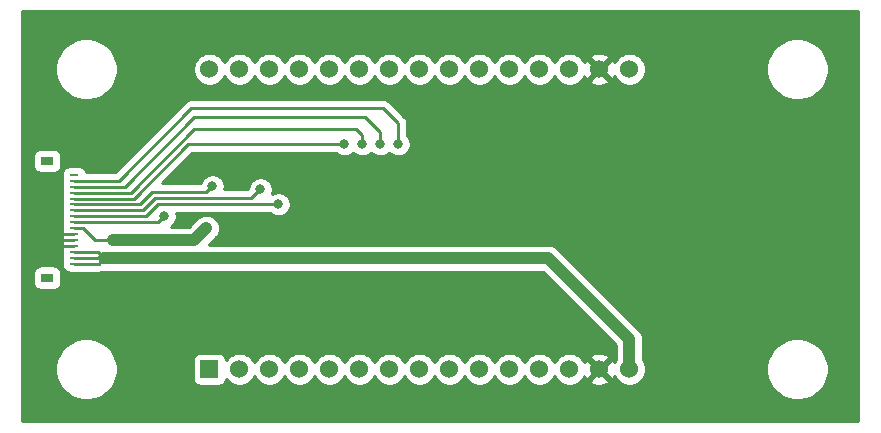
<source format=gbl>
G04 #@! TF.GenerationSoftware,KiCad,Pcbnew,(5.1.6)-1*
G04 #@! TF.CreationDate,2020-10-09T19:42:38+02:00*
G04 #@! TF.ProjectId,Brewnode_MCU_Adapter,42726577-6e6f-4646-955f-4d43555f4164,rev?*
G04 #@! TF.SameCoordinates,Original*
G04 #@! TF.FileFunction,Copper,L2,Bot*
G04 #@! TF.FilePolarity,Positive*
%FSLAX46Y46*%
G04 Gerber Fmt 4.6, Leading zero omitted, Abs format (unit mm)*
G04 Created by KiCad (PCBNEW (5.1.6)-1) date 2020-10-09 19:42:38*
%MOMM*%
%LPD*%
G01*
G04 APERTURE LIST*
G04 #@! TA.AperFunction,SMDPad,CuDef*
%ADD10R,1.100000X0.800000*%
G04 #@! TD*
G04 #@! TA.AperFunction,SMDPad,CuDef*
%ADD11R,0.800000X0.250000*%
G04 #@! TD*
G04 #@! TA.AperFunction,ComponentPad*
%ADD12C,1.524000*%
G04 #@! TD*
G04 #@! TA.AperFunction,ComponentPad*
%ADD13R,1.524000X1.524000*%
G04 #@! TD*
G04 #@! TA.AperFunction,ViaPad*
%ADD14C,0.800000*%
G04 #@! TD*
G04 #@! TA.AperFunction,Conductor*
%ADD15C,0.254000*%
G04 #@! TD*
G04 #@! TA.AperFunction,Conductor*
%ADD16C,1.016000*%
G04 #@! TD*
G04 APERTURE END LIST*
D10*
X117588000Y-92840000D03*
X117588000Y-102740000D03*
D11*
X119888000Y-94040000D03*
X119888000Y-94540000D03*
X119888000Y-95040000D03*
X119888000Y-95540000D03*
X119888000Y-96040000D03*
X119888000Y-96540000D03*
X119888000Y-97040000D03*
X119888000Y-97540000D03*
X119888000Y-98040000D03*
X119888000Y-98540000D03*
X119888000Y-99040000D03*
X119888000Y-99540000D03*
X119888000Y-100040000D03*
X119888000Y-100540000D03*
X119888000Y-101040000D03*
X119888000Y-101540000D03*
D12*
X131318000Y-85090000D03*
X133858000Y-85090000D03*
X136398000Y-85090000D03*
X138938000Y-85090000D03*
X141478000Y-85090000D03*
X144018000Y-85090000D03*
X146558000Y-85090000D03*
X149098000Y-85090000D03*
X151638000Y-85090000D03*
X154178000Y-85090000D03*
X156718000Y-85090000D03*
X159258000Y-85090000D03*
X161798000Y-85090000D03*
X164338000Y-85090000D03*
X166878000Y-85090000D03*
X166878000Y-110490000D03*
X164338000Y-110490000D03*
X161798000Y-110490000D03*
X159258000Y-110490000D03*
X156718000Y-110490000D03*
X154178000Y-110490000D03*
X151638000Y-110490000D03*
X149098000Y-110490000D03*
X146558000Y-110490000D03*
X144018000Y-110490000D03*
X141478000Y-110490000D03*
X138938000Y-110490000D03*
X136398000Y-110490000D03*
X133858000Y-110490000D03*
D13*
X131318000Y-110490000D03*
D14*
X147320000Y-91440000D03*
X145796000Y-91440000D03*
X144272000Y-91440000D03*
X142748000Y-91440000D03*
X131572000Y-94996000D03*
X135636000Y-95250000D03*
X137160000Y-96520000D03*
X127508000Y-97536000D03*
X131064000Y-98552000D03*
X118364000Y-99540000D03*
X124714000Y-103886000D03*
X123190000Y-91948000D03*
D15*
X147320000Y-89662000D02*
X147320000Y-91440000D01*
X129794000Y-88392000D02*
X146050000Y-88392000D01*
X146050000Y-88392000D02*
X147320000Y-89662000D01*
X119888000Y-94540000D02*
X123646000Y-94540000D01*
X123646000Y-94540000D02*
X129794000Y-88392000D01*
X145796000Y-90424000D02*
X145796000Y-91440000D01*
X130048000Y-89154000D02*
X144526000Y-89154000D01*
X119888000Y-95040000D02*
X124162000Y-95040000D01*
X144526000Y-89154000D02*
X145796000Y-90424000D01*
X124162000Y-95040000D02*
X130048000Y-89154000D01*
X143764000Y-90170000D02*
X144272000Y-90678000D01*
X144272000Y-90678000D02*
X144272000Y-91440000D01*
X130048000Y-90170000D02*
X143764000Y-90170000D01*
X119888000Y-95540000D02*
X124678000Y-95540000D01*
X124678000Y-95540000D02*
X130048000Y-90170000D01*
X119888000Y-96040000D02*
X124940000Y-96040000D01*
X129540000Y-91440000D02*
X142748000Y-91440000D01*
X124940000Y-96040000D02*
X129540000Y-91440000D01*
X119888000Y-96540000D02*
X120884000Y-96540000D01*
X120884000Y-96540000D02*
X125202000Y-96540000D01*
X125202000Y-96540000D02*
X125456000Y-96540000D01*
X125456000Y-96540000D02*
X126492000Y-95504000D01*
X126492000Y-95504000D02*
X130810000Y-95504000D01*
X130810000Y-95504000D02*
X131064000Y-95504000D01*
X131064000Y-95504000D02*
X131572000Y-94996000D01*
X125718000Y-97040000D02*
X126746000Y-96012000D01*
X119888000Y-97040000D02*
X125718000Y-97040000D01*
X126746000Y-96012000D02*
X134874000Y-96012000D01*
X134874000Y-96012000D02*
X135636000Y-95250000D01*
X127000000Y-96520000D02*
X137160000Y-96520000D01*
X119888000Y-97540000D02*
X125980000Y-97540000D01*
X125980000Y-97540000D02*
X127000000Y-96520000D01*
X119888000Y-98040000D02*
X121670000Y-98040000D01*
X121670000Y-98040000D02*
X127004000Y-98040000D01*
X127004000Y-98040000D02*
X127508000Y-97536000D01*
D16*
X131064000Y-98552000D02*
X130048000Y-99568000D01*
X130048000Y-99568000D02*
X124206000Y-99568000D01*
X124206000Y-99568000D02*
X123190000Y-99568000D01*
D15*
X119888000Y-98540000D02*
X120638000Y-98540000D01*
X121666000Y-99568000D02*
X123190000Y-99568000D01*
X120638000Y-98540000D02*
X121666000Y-99568000D01*
X119888000Y-99540000D02*
X118364000Y-99540000D01*
X118364000Y-99540000D02*
X118364000Y-99540000D01*
X118864000Y-99040000D02*
X118364000Y-99540000D01*
X119888000Y-99040000D02*
X118864000Y-99040000D01*
X118864000Y-100040000D02*
X118364000Y-99540000D01*
X119888000Y-100040000D02*
X118864000Y-100040000D01*
D16*
X166878000Y-110490000D02*
X166878000Y-107950000D01*
X166878000Y-107950000D02*
X160020000Y-101092000D01*
X160020000Y-101092000D02*
X122428000Y-101092000D01*
D15*
X121980000Y-101540000D02*
X122428000Y-101092000D01*
X119888000Y-101540000D02*
X121980000Y-101540000D01*
X122376000Y-101040000D02*
X122428000Y-101092000D01*
X119888000Y-101040000D02*
X122376000Y-101040000D01*
X121876000Y-100540000D02*
X122376000Y-101040000D01*
X119888000Y-100540000D02*
X121876000Y-100540000D01*
G36*
X186259000Y-114885000D02*
G01*
X115493000Y-114885000D01*
X115493000Y-110230475D01*
X118269000Y-110230475D01*
X118269000Y-110749525D01*
X118370261Y-111258601D01*
X118568893Y-111738141D01*
X118857262Y-112169715D01*
X119224285Y-112536738D01*
X119655859Y-112825107D01*
X120135399Y-113023739D01*
X120644475Y-113125000D01*
X121163525Y-113125000D01*
X121672601Y-113023739D01*
X122152141Y-112825107D01*
X122583715Y-112536738D01*
X122950738Y-112169715D01*
X123239107Y-111738141D01*
X123437739Y-111258601D01*
X123539000Y-110749525D01*
X123539000Y-110230475D01*
X123439053Y-109728000D01*
X129917928Y-109728000D01*
X129917928Y-111252000D01*
X129930188Y-111376482D01*
X129966498Y-111496180D01*
X130025463Y-111606494D01*
X130104815Y-111703185D01*
X130201506Y-111782537D01*
X130311820Y-111841502D01*
X130431518Y-111877812D01*
X130556000Y-111890072D01*
X132080000Y-111890072D01*
X132204482Y-111877812D01*
X132324180Y-111841502D01*
X132434494Y-111782537D01*
X132531185Y-111703185D01*
X132610537Y-111606494D01*
X132669502Y-111496180D01*
X132705812Y-111376482D01*
X132714080Y-111292535D01*
X132772880Y-111380535D01*
X132967465Y-111575120D01*
X133196273Y-111728005D01*
X133450510Y-111833314D01*
X133720408Y-111887000D01*
X133995592Y-111887000D01*
X134265490Y-111833314D01*
X134519727Y-111728005D01*
X134748535Y-111575120D01*
X134943120Y-111380535D01*
X135096005Y-111151727D01*
X135128000Y-111074485D01*
X135159995Y-111151727D01*
X135312880Y-111380535D01*
X135507465Y-111575120D01*
X135736273Y-111728005D01*
X135990510Y-111833314D01*
X136260408Y-111887000D01*
X136535592Y-111887000D01*
X136805490Y-111833314D01*
X137059727Y-111728005D01*
X137288535Y-111575120D01*
X137483120Y-111380535D01*
X137636005Y-111151727D01*
X137668000Y-111074485D01*
X137699995Y-111151727D01*
X137852880Y-111380535D01*
X138047465Y-111575120D01*
X138276273Y-111728005D01*
X138530510Y-111833314D01*
X138800408Y-111887000D01*
X139075592Y-111887000D01*
X139345490Y-111833314D01*
X139599727Y-111728005D01*
X139828535Y-111575120D01*
X140023120Y-111380535D01*
X140176005Y-111151727D01*
X140208000Y-111074485D01*
X140239995Y-111151727D01*
X140392880Y-111380535D01*
X140587465Y-111575120D01*
X140816273Y-111728005D01*
X141070510Y-111833314D01*
X141340408Y-111887000D01*
X141615592Y-111887000D01*
X141885490Y-111833314D01*
X142139727Y-111728005D01*
X142368535Y-111575120D01*
X142563120Y-111380535D01*
X142716005Y-111151727D01*
X142748000Y-111074485D01*
X142779995Y-111151727D01*
X142932880Y-111380535D01*
X143127465Y-111575120D01*
X143356273Y-111728005D01*
X143610510Y-111833314D01*
X143880408Y-111887000D01*
X144155592Y-111887000D01*
X144425490Y-111833314D01*
X144679727Y-111728005D01*
X144908535Y-111575120D01*
X145103120Y-111380535D01*
X145256005Y-111151727D01*
X145288000Y-111074485D01*
X145319995Y-111151727D01*
X145472880Y-111380535D01*
X145667465Y-111575120D01*
X145896273Y-111728005D01*
X146150510Y-111833314D01*
X146420408Y-111887000D01*
X146695592Y-111887000D01*
X146965490Y-111833314D01*
X147219727Y-111728005D01*
X147448535Y-111575120D01*
X147643120Y-111380535D01*
X147796005Y-111151727D01*
X147828000Y-111074485D01*
X147859995Y-111151727D01*
X148012880Y-111380535D01*
X148207465Y-111575120D01*
X148436273Y-111728005D01*
X148690510Y-111833314D01*
X148960408Y-111887000D01*
X149235592Y-111887000D01*
X149505490Y-111833314D01*
X149759727Y-111728005D01*
X149988535Y-111575120D01*
X150183120Y-111380535D01*
X150336005Y-111151727D01*
X150368000Y-111074485D01*
X150399995Y-111151727D01*
X150552880Y-111380535D01*
X150747465Y-111575120D01*
X150976273Y-111728005D01*
X151230510Y-111833314D01*
X151500408Y-111887000D01*
X151775592Y-111887000D01*
X152045490Y-111833314D01*
X152299727Y-111728005D01*
X152528535Y-111575120D01*
X152723120Y-111380535D01*
X152876005Y-111151727D01*
X152908000Y-111074485D01*
X152939995Y-111151727D01*
X153092880Y-111380535D01*
X153287465Y-111575120D01*
X153516273Y-111728005D01*
X153770510Y-111833314D01*
X154040408Y-111887000D01*
X154315592Y-111887000D01*
X154585490Y-111833314D01*
X154839727Y-111728005D01*
X155068535Y-111575120D01*
X155263120Y-111380535D01*
X155416005Y-111151727D01*
X155448000Y-111074485D01*
X155479995Y-111151727D01*
X155632880Y-111380535D01*
X155827465Y-111575120D01*
X156056273Y-111728005D01*
X156310510Y-111833314D01*
X156580408Y-111887000D01*
X156855592Y-111887000D01*
X157125490Y-111833314D01*
X157379727Y-111728005D01*
X157608535Y-111575120D01*
X157803120Y-111380535D01*
X157956005Y-111151727D01*
X157988000Y-111074485D01*
X158019995Y-111151727D01*
X158172880Y-111380535D01*
X158367465Y-111575120D01*
X158596273Y-111728005D01*
X158850510Y-111833314D01*
X159120408Y-111887000D01*
X159395592Y-111887000D01*
X159665490Y-111833314D01*
X159919727Y-111728005D01*
X160148535Y-111575120D01*
X160343120Y-111380535D01*
X160496005Y-111151727D01*
X160528000Y-111074485D01*
X160559995Y-111151727D01*
X160712880Y-111380535D01*
X160907465Y-111575120D01*
X161136273Y-111728005D01*
X161390510Y-111833314D01*
X161660408Y-111887000D01*
X161935592Y-111887000D01*
X162205490Y-111833314D01*
X162459727Y-111728005D01*
X162688535Y-111575120D01*
X162808090Y-111455565D01*
X163552040Y-111455565D01*
X163619020Y-111695656D01*
X163868048Y-111812756D01*
X164135135Y-111879023D01*
X164410017Y-111891910D01*
X164682133Y-111850922D01*
X164941023Y-111757636D01*
X165056980Y-111695656D01*
X165123960Y-111455565D01*
X164338000Y-110669605D01*
X163552040Y-111455565D01*
X162808090Y-111455565D01*
X162883120Y-111380535D01*
X163036005Y-111151727D01*
X163065692Y-111080057D01*
X163070364Y-111093023D01*
X163132344Y-111208980D01*
X163372435Y-111275960D01*
X164158395Y-110490000D01*
X163372435Y-109704040D01*
X163132344Y-109771020D01*
X163068515Y-109906760D01*
X163036005Y-109828273D01*
X162883120Y-109599465D01*
X162808090Y-109524435D01*
X163552040Y-109524435D01*
X164338000Y-110310395D01*
X165123960Y-109524435D01*
X165056980Y-109284344D01*
X164807952Y-109167244D01*
X164540865Y-109100977D01*
X164265983Y-109088090D01*
X163993867Y-109129078D01*
X163734977Y-109222364D01*
X163619020Y-109284344D01*
X163552040Y-109524435D01*
X162808090Y-109524435D01*
X162688535Y-109404880D01*
X162459727Y-109251995D01*
X162205490Y-109146686D01*
X161935592Y-109093000D01*
X161660408Y-109093000D01*
X161390510Y-109146686D01*
X161136273Y-109251995D01*
X160907465Y-109404880D01*
X160712880Y-109599465D01*
X160559995Y-109828273D01*
X160528000Y-109905515D01*
X160496005Y-109828273D01*
X160343120Y-109599465D01*
X160148535Y-109404880D01*
X159919727Y-109251995D01*
X159665490Y-109146686D01*
X159395592Y-109093000D01*
X159120408Y-109093000D01*
X158850510Y-109146686D01*
X158596273Y-109251995D01*
X158367465Y-109404880D01*
X158172880Y-109599465D01*
X158019995Y-109828273D01*
X157988000Y-109905515D01*
X157956005Y-109828273D01*
X157803120Y-109599465D01*
X157608535Y-109404880D01*
X157379727Y-109251995D01*
X157125490Y-109146686D01*
X156855592Y-109093000D01*
X156580408Y-109093000D01*
X156310510Y-109146686D01*
X156056273Y-109251995D01*
X155827465Y-109404880D01*
X155632880Y-109599465D01*
X155479995Y-109828273D01*
X155448000Y-109905515D01*
X155416005Y-109828273D01*
X155263120Y-109599465D01*
X155068535Y-109404880D01*
X154839727Y-109251995D01*
X154585490Y-109146686D01*
X154315592Y-109093000D01*
X154040408Y-109093000D01*
X153770510Y-109146686D01*
X153516273Y-109251995D01*
X153287465Y-109404880D01*
X153092880Y-109599465D01*
X152939995Y-109828273D01*
X152908000Y-109905515D01*
X152876005Y-109828273D01*
X152723120Y-109599465D01*
X152528535Y-109404880D01*
X152299727Y-109251995D01*
X152045490Y-109146686D01*
X151775592Y-109093000D01*
X151500408Y-109093000D01*
X151230510Y-109146686D01*
X150976273Y-109251995D01*
X150747465Y-109404880D01*
X150552880Y-109599465D01*
X150399995Y-109828273D01*
X150368000Y-109905515D01*
X150336005Y-109828273D01*
X150183120Y-109599465D01*
X149988535Y-109404880D01*
X149759727Y-109251995D01*
X149505490Y-109146686D01*
X149235592Y-109093000D01*
X148960408Y-109093000D01*
X148690510Y-109146686D01*
X148436273Y-109251995D01*
X148207465Y-109404880D01*
X148012880Y-109599465D01*
X147859995Y-109828273D01*
X147828000Y-109905515D01*
X147796005Y-109828273D01*
X147643120Y-109599465D01*
X147448535Y-109404880D01*
X147219727Y-109251995D01*
X146965490Y-109146686D01*
X146695592Y-109093000D01*
X146420408Y-109093000D01*
X146150510Y-109146686D01*
X145896273Y-109251995D01*
X145667465Y-109404880D01*
X145472880Y-109599465D01*
X145319995Y-109828273D01*
X145288000Y-109905515D01*
X145256005Y-109828273D01*
X145103120Y-109599465D01*
X144908535Y-109404880D01*
X144679727Y-109251995D01*
X144425490Y-109146686D01*
X144155592Y-109093000D01*
X143880408Y-109093000D01*
X143610510Y-109146686D01*
X143356273Y-109251995D01*
X143127465Y-109404880D01*
X142932880Y-109599465D01*
X142779995Y-109828273D01*
X142748000Y-109905515D01*
X142716005Y-109828273D01*
X142563120Y-109599465D01*
X142368535Y-109404880D01*
X142139727Y-109251995D01*
X141885490Y-109146686D01*
X141615592Y-109093000D01*
X141340408Y-109093000D01*
X141070510Y-109146686D01*
X140816273Y-109251995D01*
X140587465Y-109404880D01*
X140392880Y-109599465D01*
X140239995Y-109828273D01*
X140208000Y-109905515D01*
X140176005Y-109828273D01*
X140023120Y-109599465D01*
X139828535Y-109404880D01*
X139599727Y-109251995D01*
X139345490Y-109146686D01*
X139075592Y-109093000D01*
X138800408Y-109093000D01*
X138530510Y-109146686D01*
X138276273Y-109251995D01*
X138047465Y-109404880D01*
X137852880Y-109599465D01*
X137699995Y-109828273D01*
X137668000Y-109905515D01*
X137636005Y-109828273D01*
X137483120Y-109599465D01*
X137288535Y-109404880D01*
X137059727Y-109251995D01*
X136805490Y-109146686D01*
X136535592Y-109093000D01*
X136260408Y-109093000D01*
X135990510Y-109146686D01*
X135736273Y-109251995D01*
X135507465Y-109404880D01*
X135312880Y-109599465D01*
X135159995Y-109828273D01*
X135128000Y-109905515D01*
X135096005Y-109828273D01*
X134943120Y-109599465D01*
X134748535Y-109404880D01*
X134519727Y-109251995D01*
X134265490Y-109146686D01*
X133995592Y-109093000D01*
X133720408Y-109093000D01*
X133450510Y-109146686D01*
X133196273Y-109251995D01*
X132967465Y-109404880D01*
X132772880Y-109599465D01*
X132714080Y-109687465D01*
X132705812Y-109603518D01*
X132669502Y-109483820D01*
X132610537Y-109373506D01*
X132531185Y-109276815D01*
X132434494Y-109197463D01*
X132324180Y-109138498D01*
X132204482Y-109102188D01*
X132080000Y-109089928D01*
X130556000Y-109089928D01*
X130431518Y-109102188D01*
X130311820Y-109138498D01*
X130201506Y-109197463D01*
X130104815Y-109276815D01*
X130025463Y-109373506D01*
X129966498Y-109483820D01*
X129930188Y-109603518D01*
X129917928Y-109728000D01*
X123439053Y-109728000D01*
X123437739Y-109721399D01*
X123239107Y-109241859D01*
X122950738Y-108810285D01*
X122583715Y-108443262D01*
X122152141Y-108154893D01*
X121672601Y-107956261D01*
X121163525Y-107855000D01*
X120644475Y-107855000D01*
X120135399Y-107956261D01*
X119655859Y-108154893D01*
X119224285Y-108443262D01*
X118857262Y-108810285D01*
X118568893Y-109241859D01*
X118370261Y-109721399D01*
X118269000Y-110230475D01*
X115493000Y-110230475D01*
X115493000Y-102340000D01*
X116399928Y-102340000D01*
X116399928Y-103140000D01*
X116412188Y-103264482D01*
X116448498Y-103384180D01*
X116507463Y-103494494D01*
X116586815Y-103591185D01*
X116683506Y-103670537D01*
X116793820Y-103729502D01*
X116913518Y-103765812D01*
X117038000Y-103778072D01*
X118138000Y-103778072D01*
X118262482Y-103765812D01*
X118382180Y-103729502D01*
X118492494Y-103670537D01*
X118589185Y-103591185D01*
X118668537Y-103494494D01*
X118727502Y-103384180D01*
X118763812Y-103264482D01*
X118776072Y-103140000D01*
X118776072Y-102340000D01*
X118763812Y-102215518D01*
X118727502Y-102095820D01*
X118668537Y-101985506D01*
X118589185Y-101888815D01*
X118492494Y-101809463D01*
X118382180Y-101750498D01*
X118262482Y-101714188D01*
X118138000Y-101701928D01*
X117038000Y-101701928D01*
X116913518Y-101714188D01*
X116793820Y-101750498D01*
X116683506Y-101809463D01*
X116586815Y-101888815D01*
X116507463Y-101985506D01*
X116448498Y-102095820D01*
X116412188Y-102215518D01*
X116399928Y-102340000D01*
X115493000Y-102340000D01*
X115493000Y-93915000D01*
X118849928Y-93915000D01*
X118849928Y-94165000D01*
X118862188Y-94289482D01*
X118862345Y-94290000D01*
X118862188Y-94290518D01*
X118849928Y-94415000D01*
X118849928Y-94665000D01*
X118862188Y-94789482D01*
X118862345Y-94790000D01*
X118862188Y-94790518D01*
X118849928Y-94915000D01*
X118849928Y-95165000D01*
X118862188Y-95289482D01*
X118862345Y-95290000D01*
X118862188Y-95290518D01*
X118849928Y-95415000D01*
X118849928Y-95665000D01*
X118862188Y-95789482D01*
X118862345Y-95790000D01*
X118862188Y-95790518D01*
X118849928Y-95915000D01*
X118849928Y-96165000D01*
X118862188Y-96289482D01*
X118862345Y-96290000D01*
X118862188Y-96290518D01*
X118849928Y-96415000D01*
X118849928Y-96665000D01*
X118862188Y-96789482D01*
X118862345Y-96790000D01*
X118862188Y-96790518D01*
X118849928Y-96915000D01*
X118849928Y-97165000D01*
X118862188Y-97289482D01*
X118862345Y-97290000D01*
X118862188Y-97290518D01*
X118849928Y-97415000D01*
X118849928Y-97665000D01*
X118862188Y-97789482D01*
X118862345Y-97790000D01*
X118862188Y-97790518D01*
X118849928Y-97915000D01*
X118849928Y-98165000D01*
X118862188Y-98289482D01*
X118862345Y-98290000D01*
X118862188Y-98290518D01*
X118849928Y-98415000D01*
X118849928Y-98665000D01*
X118862188Y-98789482D01*
X118863278Y-98793077D01*
X118853000Y-98881250D01*
X118918672Y-98946922D01*
X118957463Y-99019494D01*
X118973633Y-99039197D01*
X118965944Y-99048130D01*
X118916983Y-99134767D01*
X118853000Y-99198750D01*
X118863637Y-99290000D01*
X118853000Y-99381250D01*
X118916983Y-99445233D01*
X118965944Y-99531870D01*
X118972942Y-99540000D01*
X118965944Y-99548130D01*
X118916983Y-99634767D01*
X118853000Y-99698750D01*
X118863637Y-99790000D01*
X118853000Y-99881250D01*
X118916983Y-99945233D01*
X118965944Y-100031870D01*
X118973633Y-100040803D01*
X118957463Y-100060506D01*
X118918672Y-100133078D01*
X118853000Y-100198750D01*
X118863278Y-100286923D01*
X118862188Y-100290518D01*
X118849928Y-100415000D01*
X118849928Y-100665000D01*
X118862188Y-100789482D01*
X118862345Y-100790000D01*
X118862188Y-100790518D01*
X118849928Y-100915000D01*
X118849928Y-101165000D01*
X118862188Y-101289482D01*
X118862345Y-101290000D01*
X118862188Y-101290518D01*
X118849928Y-101415000D01*
X118849928Y-101665000D01*
X118862188Y-101789482D01*
X118898498Y-101909180D01*
X118957463Y-102019494D01*
X119036815Y-102116185D01*
X119133506Y-102195537D01*
X119243820Y-102254502D01*
X119363518Y-102290812D01*
X119488000Y-102303072D01*
X120288000Y-102303072D01*
X120298885Y-102302000D01*
X121942577Y-102302000D01*
X121980000Y-102305686D01*
X122017423Y-102302000D01*
X122017426Y-102302000D01*
X122129378Y-102290974D01*
X122273015Y-102247402D01*
X122307986Y-102228709D01*
X122371854Y-102235000D01*
X159546555Y-102235000D01*
X165735001Y-108423447D01*
X165735000Y-109686088D01*
X165639995Y-109828273D01*
X165610308Y-109899943D01*
X165605636Y-109886977D01*
X165543656Y-109771020D01*
X165303565Y-109704040D01*
X164517605Y-110490000D01*
X165303565Y-111275960D01*
X165543656Y-111208980D01*
X165607485Y-111073240D01*
X165639995Y-111151727D01*
X165792880Y-111380535D01*
X165987465Y-111575120D01*
X166216273Y-111728005D01*
X166470510Y-111833314D01*
X166740408Y-111887000D01*
X167015592Y-111887000D01*
X167285490Y-111833314D01*
X167539727Y-111728005D01*
X167768535Y-111575120D01*
X167963120Y-111380535D01*
X168116005Y-111151727D01*
X168221314Y-110897490D01*
X168275000Y-110627592D01*
X168275000Y-110352408D01*
X168250747Y-110230475D01*
X178467000Y-110230475D01*
X178467000Y-110749525D01*
X178568261Y-111258601D01*
X178766893Y-111738141D01*
X179055262Y-112169715D01*
X179422285Y-112536738D01*
X179853859Y-112825107D01*
X180333399Y-113023739D01*
X180842475Y-113125000D01*
X181361525Y-113125000D01*
X181870601Y-113023739D01*
X182350141Y-112825107D01*
X182781715Y-112536738D01*
X183148738Y-112169715D01*
X183437107Y-111738141D01*
X183635739Y-111258601D01*
X183737000Y-110749525D01*
X183737000Y-110230475D01*
X183635739Y-109721399D01*
X183437107Y-109241859D01*
X183148738Y-108810285D01*
X182781715Y-108443262D01*
X182350141Y-108154893D01*
X181870601Y-107956261D01*
X181361525Y-107855000D01*
X180842475Y-107855000D01*
X180333399Y-107956261D01*
X179853859Y-108154893D01*
X179422285Y-108443262D01*
X179055262Y-108810285D01*
X178766893Y-109241859D01*
X178568261Y-109721399D01*
X178467000Y-110230475D01*
X168250747Y-110230475D01*
X168221314Y-110082510D01*
X168116005Y-109828273D01*
X168021000Y-109686088D01*
X168021000Y-108006139D01*
X168026529Y-107950000D01*
X168021000Y-107893861D01*
X168021000Y-107893854D01*
X168004461Y-107725933D01*
X167939103Y-107510477D01*
X167939103Y-107510476D01*
X167902133Y-107441311D01*
X167832968Y-107311911D01*
X167690133Y-107137867D01*
X167646523Y-107102077D01*
X160867928Y-100323482D01*
X160832133Y-100279867D01*
X160658089Y-100137032D01*
X160459523Y-100030897D01*
X160244067Y-99965539D01*
X160076146Y-99949000D01*
X160076139Y-99949000D01*
X160020000Y-99943471D01*
X159963861Y-99949000D01*
X131283445Y-99949000D01*
X131911924Y-99320522D01*
X132018967Y-99190089D01*
X132125102Y-98991524D01*
X132190461Y-98776068D01*
X132212529Y-98552000D01*
X132190461Y-98327933D01*
X132125102Y-98112477D01*
X132018967Y-97913912D01*
X131876133Y-97739867D01*
X131702088Y-97597033D01*
X131503523Y-97490898D01*
X131288067Y-97425539D01*
X131064000Y-97403471D01*
X130839932Y-97425539D01*
X130624476Y-97490898D01*
X130425911Y-97597033D01*
X130295478Y-97704076D01*
X129574555Y-98425000D01*
X128040468Y-98425000D01*
X128167774Y-98339937D01*
X128311937Y-98195774D01*
X128425205Y-98026256D01*
X128503226Y-97837898D01*
X128543000Y-97637939D01*
X128543000Y-97434061D01*
X128512753Y-97282000D01*
X136458289Y-97282000D01*
X136500226Y-97323937D01*
X136669744Y-97437205D01*
X136858102Y-97515226D01*
X137058061Y-97555000D01*
X137261939Y-97555000D01*
X137461898Y-97515226D01*
X137650256Y-97437205D01*
X137819774Y-97323937D01*
X137963937Y-97179774D01*
X138077205Y-97010256D01*
X138155226Y-96821898D01*
X138195000Y-96621939D01*
X138195000Y-96418061D01*
X138155226Y-96218102D01*
X138077205Y-96029744D01*
X137963937Y-95860226D01*
X137819774Y-95716063D01*
X137650256Y-95602795D01*
X137461898Y-95524774D01*
X137261939Y-95485000D01*
X137058061Y-95485000D01*
X136858102Y-95524774D01*
X136669744Y-95602795D01*
X136587335Y-95657859D01*
X136631226Y-95551898D01*
X136671000Y-95351939D01*
X136671000Y-95148061D01*
X136631226Y-94948102D01*
X136553205Y-94759744D01*
X136439937Y-94590226D01*
X136295774Y-94446063D01*
X136126256Y-94332795D01*
X135937898Y-94254774D01*
X135737939Y-94215000D01*
X135534061Y-94215000D01*
X135334102Y-94254774D01*
X135145744Y-94332795D01*
X134976226Y-94446063D01*
X134832063Y-94590226D01*
X134718795Y-94759744D01*
X134640774Y-94948102D01*
X134601000Y-95148061D01*
X134601000Y-95207370D01*
X134558370Y-95250000D01*
X132576753Y-95250000D01*
X132607000Y-95097939D01*
X132607000Y-94894061D01*
X132567226Y-94694102D01*
X132489205Y-94505744D01*
X132375937Y-94336226D01*
X132231774Y-94192063D01*
X132062256Y-94078795D01*
X131873898Y-94000774D01*
X131673939Y-93961000D01*
X131470061Y-93961000D01*
X131270102Y-94000774D01*
X131081744Y-94078795D01*
X130912226Y-94192063D01*
X130768063Y-94336226D01*
X130654795Y-94505744D01*
X130576774Y-94694102D01*
X130567247Y-94742000D01*
X127315630Y-94742000D01*
X129855631Y-92202000D01*
X142046289Y-92202000D01*
X142088226Y-92243937D01*
X142257744Y-92357205D01*
X142446102Y-92435226D01*
X142646061Y-92475000D01*
X142849939Y-92475000D01*
X143049898Y-92435226D01*
X143238256Y-92357205D01*
X143407774Y-92243937D01*
X143510000Y-92141711D01*
X143612226Y-92243937D01*
X143781744Y-92357205D01*
X143970102Y-92435226D01*
X144170061Y-92475000D01*
X144373939Y-92475000D01*
X144573898Y-92435226D01*
X144762256Y-92357205D01*
X144931774Y-92243937D01*
X145034000Y-92141711D01*
X145136226Y-92243937D01*
X145305744Y-92357205D01*
X145494102Y-92435226D01*
X145694061Y-92475000D01*
X145897939Y-92475000D01*
X146097898Y-92435226D01*
X146286256Y-92357205D01*
X146455774Y-92243937D01*
X146558000Y-92141711D01*
X146660226Y-92243937D01*
X146829744Y-92357205D01*
X147018102Y-92435226D01*
X147218061Y-92475000D01*
X147421939Y-92475000D01*
X147621898Y-92435226D01*
X147810256Y-92357205D01*
X147979774Y-92243937D01*
X148123937Y-92099774D01*
X148237205Y-91930256D01*
X148315226Y-91741898D01*
X148355000Y-91541939D01*
X148355000Y-91338061D01*
X148315226Y-91138102D01*
X148237205Y-90949744D01*
X148123937Y-90780226D01*
X148082000Y-90738289D01*
X148082000Y-89699422D01*
X148085686Y-89661999D01*
X148082000Y-89624574D01*
X148070974Y-89512622D01*
X148027402Y-89368985D01*
X147956645Y-89236608D01*
X147861422Y-89120578D01*
X147832353Y-89096722D01*
X146615284Y-87879654D01*
X146591422Y-87850578D01*
X146475392Y-87755355D01*
X146343015Y-87684598D01*
X146199378Y-87641026D01*
X146087426Y-87630000D01*
X146087423Y-87630000D01*
X146050000Y-87626314D01*
X146012577Y-87630000D01*
X129831423Y-87630000D01*
X129794000Y-87626314D01*
X129756577Y-87630000D01*
X129756574Y-87630000D01*
X129644622Y-87641026D01*
X129500985Y-87684598D01*
X129439364Y-87717535D01*
X129368607Y-87755355D01*
X129285904Y-87823228D01*
X129252578Y-87850578D01*
X129228721Y-87879648D01*
X123330370Y-93778000D01*
X120910015Y-93778000D01*
X120877502Y-93670820D01*
X120818537Y-93560506D01*
X120739185Y-93463815D01*
X120642494Y-93384463D01*
X120532180Y-93325498D01*
X120412482Y-93289188D01*
X120288000Y-93276928D01*
X119488000Y-93276928D01*
X119363518Y-93289188D01*
X119243820Y-93325498D01*
X119133506Y-93384463D01*
X119036815Y-93463815D01*
X118957463Y-93560506D01*
X118898498Y-93670820D01*
X118862188Y-93790518D01*
X118849928Y-93915000D01*
X115493000Y-93915000D01*
X115493000Y-92440000D01*
X116399928Y-92440000D01*
X116399928Y-93240000D01*
X116412188Y-93364482D01*
X116448498Y-93484180D01*
X116507463Y-93594494D01*
X116586815Y-93691185D01*
X116683506Y-93770537D01*
X116793820Y-93829502D01*
X116913518Y-93865812D01*
X117038000Y-93878072D01*
X118138000Y-93878072D01*
X118262482Y-93865812D01*
X118382180Y-93829502D01*
X118492494Y-93770537D01*
X118589185Y-93691185D01*
X118668537Y-93594494D01*
X118727502Y-93484180D01*
X118763812Y-93364482D01*
X118776072Y-93240000D01*
X118776072Y-92440000D01*
X118763812Y-92315518D01*
X118727502Y-92195820D01*
X118668537Y-92085506D01*
X118589185Y-91988815D01*
X118492494Y-91909463D01*
X118382180Y-91850498D01*
X118262482Y-91814188D01*
X118138000Y-91801928D01*
X117038000Y-91801928D01*
X116913518Y-91814188D01*
X116793820Y-91850498D01*
X116683506Y-91909463D01*
X116586815Y-91988815D01*
X116507463Y-92085506D01*
X116448498Y-92195820D01*
X116412188Y-92315518D01*
X116399928Y-92440000D01*
X115493000Y-92440000D01*
X115493000Y-84830475D01*
X118269000Y-84830475D01*
X118269000Y-85349525D01*
X118370261Y-85858601D01*
X118568893Y-86338141D01*
X118857262Y-86769715D01*
X119224285Y-87136738D01*
X119655859Y-87425107D01*
X120135399Y-87623739D01*
X120644475Y-87725000D01*
X121163525Y-87725000D01*
X121672601Y-87623739D01*
X122152141Y-87425107D01*
X122583715Y-87136738D01*
X122950738Y-86769715D01*
X123239107Y-86338141D01*
X123437739Y-85858601D01*
X123539000Y-85349525D01*
X123539000Y-84952408D01*
X129921000Y-84952408D01*
X129921000Y-85227592D01*
X129974686Y-85497490D01*
X130079995Y-85751727D01*
X130232880Y-85980535D01*
X130427465Y-86175120D01*
X130656273Y-86328005D01*
X130910510Y-86433314D01*
X131180408Y-86487000D01*
X131455592Y-86487000D01*
X131725490Y-86433314D01*
X131979727Y-86328005D01*
X132208535Y-86175120D01*
X132403120Y-85980535D01*
X132556005Y-85751727D01*
X132588000Y-85674485D01*
X132619995Y-85751727D01*
X132772880Y-85980535D01*
X132967465Y-86175120D01*
X133196273Y-86328005D01*
X133450510Y-86433314D01*
X133720408Y-86487000D01*
X133995592Y-86487000D01*
X134265490Y-86433314D01*
X134519727Y-86328005D01*
X134748535Y-86175120D01*
X134943120Y-85980535D01*
X135096005Y-85751727D01*
X135128000Y-85674485D01*
X135159995Y-85751727D01*
X135312880Y-85980535D01*
X135507465Y-86175120D01*
X135736273Y-86328005D01*
X135990510Y-86433314D01*
X136260408Y-86487000D01*
X136535592Y-86487000D01*
X136805490Y-86433314D01*
X137059727Y-86328005D01*
X137288535Y-86175120D01*
X137483120Y-85980535D01*
X137636005Y-85751727D01*
X137668000Y-85674485D01*
X137699995Y-85751727D01*
X137852880Y-85980535D01*
X138047465Y-86175120D01*
X138276273Y-86328005D01*
X138530510Y-86433314D01*
X138800408Y-86487000D01*
X139075592Y-86487000D01*
X139345490Y-86433314D01*
X139599727Y-86328005D01*
X139828535Y-86175120D01*
X140023120Y-85980535D01*
X140176005Y-85751727D01*
X140208000Y-85674485D01*
X140239995Y-85751727D01*
X140392880Y-85980535D01*
X140587465Y-86175120D01*
X140816273Y-86328005D01*
X141070510Y-86433314D01*
X141340408Y-86487000D01*
X141615592Y-86487000D01*
X141885490Y-86433314D01*
X142139727Y-86328005D01*
X142368535Y-86175120D01*
X142563120Y-85980535D01*
X142716005Y-85751727D01*
X142748000Y-85674485D01*
X142779995Y-85751727D01*
X142932880Y-85980535D01*
X143127465Y-86175120D01*
X143356273Y-86328005D01*
X143610510Y-86433314D01*
X143880408Y-86487000D01*
X144155592Y-86487000D01*
X144425490Y-86433314D01*
X144679727Y-86328005D01*
X144908535Y-86175120D01*
X145103120Y-85980535D01*
X145256005Y-85751727D01*
X145288000Y-85674485D01*
X145319995Y-85751727D01*
X145472880Y-85980535D01*
X145667465Y-86175120D01*
X145896273Y-86328005D01*
X146150510Y-86433314D01*
X146420408Y-86487000D01*
X146695592Y-86487000D01*
X146965490Y-86433314D01*
X147219727Y-86328005D01*
X147448535Y-86175120D01*
X147643120Y-85980535D01*
X147796005Y-85751727D01*
X147828000Y-85674485D01*
X147859995Y-85751727D01*
X148012880Y-85980535D01*
X148207465Y-86175120D01*
X148436273Y-86328005D01*
X148690510Y-86433314D01*
X148960408Y-86487000D01*
X149235592Y-86487000D01*
X149505490Y-86433314D01*
X149759727Y-86328005D01*
X149988535Y-86175120D01*
X150183120Y-85980535D01*
X150336005Y-85751727D01*
X150368000Y-85674485D01*
X150399995Y-85751727D01*
X150552880Y-85980535D01*
X150747465Y-86175120D01*
X150976273Y-86328005D01*
X151230510Y-86433314D01*
X151500408Y-86487000D01*
X151775592Y-86487000D01*
X152045490Y-86433314D01*
X152299727Y-86328005D01*
X152528535Y-86175120D01*
X152723120Y-85980535D01*
X152876005Y-85751727D01*
X152908000Y-85674485D01*
X152939995Y-85751727D01*
X153092880Y-85980535D01*
X153287465Y-86175120D01*
X153516273Y-86328005D01*
X153770510Y-86433314D01*
X154040408Y-86487000D01*
X154315592Y-86487000D01*
X154585490Y-86433314D01*
X154839727Y-86328005D01*
X155068535Y-86175120D01*
X155263120Y-85980535D01*
X155416005Y-85751727D01*
X155448000Y-85674485D01*
X155479995Y-85751727D01*
X155632880Y-85980535D01*
X155827465Y-86175120D01*
X156056273Y-86328005D01*
X156310510Y-86433314D01*
X156580408Y-86487000D01*
X156855592Y-86487000D01*
X157125490Y-86433314D01*
X157379727Y-86328005D01*
X157608535Y-86175120D01*
X157803120Y-85980535D01*
X157956005Y-85751727D01*
X157988000Y-85674485D01*
X158019995Y-85751727D01*
X158172880Y-85980535D01*
X158367465Y-86175120D01*
X158596273Y-86328005D01*
X158850510Y-86433314D01*
X159120408Y-86487000D01*
X159395592Y-86487000D01*
X159665490Y-86433314D01*
X159919727Y-86328005D01*
X160148535Y-86175120D01*
X160343120Y-85980535D01*
X160496005Y-85751727D01*
X160528000Y-85674485D01*
X160559995Y-85751727D01*
X160712880Y-85980535D01*
X160907465Y-86175120D01*
X161136273Y-86328005D01*
X161390510Y-86433314D01*
X161660408Y-86487000D01*
X161935592Y-86487000D01*
X162205490Y-86433314D01*
X162459727Y-86328005D01*
X162688535Y-86175120D01*
X162808090Y-86055565D01*
X163552040Y-86055565D01*
X163619020Y-86295656D01*
X163868048Y-86412756D01*
X164135135Y-86479023D01*
X164410017Y-86491910D01*
X164682133Y-86450922D01*
X164941023Y-86357636D01*
X165056980Y-86295656D01*
X165123960Y-86055565D01*
X164338000Y-85269605D01*
X163552040Y-86055565D01*
X162808090Y-86055565D01*
X162883120Y-85980535D01*
X163036005Y-85751727D01*
X163065692Y-85680057D01*
X163070364Y-85693023D01*
X163132344Y-85808980D01*
X163372435Y-85875960D01*
X164158395Y-85090000D01*
X164517605Y-85090000D01*
X165303565Y-85875960D01*
X165543656Y-85808980D01*
X165607485Y-85673240D01*
X165639995Y-85751727D01*
X165792880Y-85980535D01*
X165987465Y-86175120D01*
X166216273Y-86328005D01*
X166470510Y-86433314D01*
X166740408Y-86487000D01*
X167015592Y-86487000D01*
X167285490Y-86433314D01*
X167539727Y-86328005D01*
X167768535Y-86175120D01*
X167963120Y-85980535D01*
X168116005Y-85751727D01*
X168221314Y-85497490D01*
X168275000Y-85227592D01*
X168275000Y-84952408D01*
X168250747Y-84830475D01*
X178467000Y-84830475D01*
X178467000Y-85349525D01*
X178568261Y-85858601D01*
X178766893Y-86338141D01*
X179055262Y-86769715D01*
X179422285Y-87136738D01*
X179853859Y-87425107D01*
X180333399Y-87623739D01*
X180842475Y-87725000D01*
X181361525Y-87725000D01*
X181870601Y-87623739D01*
X182350141Y-87425107D01*
X182781715Y-87136738D01*
X183148738Y-86769715D01*
X183437107Y-86338141D01*
X183635739Y-85858601D01*
X183737000Y-85349525D01*
X183737000Y-84830475D01*
X183635739Y-84321399D01*
X183437107Y-83841859D01*
X183148738Y-83410285D01*
X182781715Y-83043262D01*
X182350141Y-82754893D01*
X181870601Y-82556261D01*
X181361525Y-82455000D01*
X180842475Y-82455000D01*
X180333399Y-82556261D01*
X179853859Y-82754893D01*
X179422285Y-83043262D01*
X179055262Y-83410285D01*
X178766893Y-83841859D01*
X178568261Y-84321399D01*
X178467000Y-84830475D01*
X168250747Y-84830475D01*
X168221314Y-84682510D01*
X168116005Y-84428273D01*
X167963120Y-84199465D01*
X167768535Y-84004880D01*
X167539727Y-83851995D01*
X167285490Y-83746686D01*
X167015592Y-83693000D01*
X166740408Y-83693000D01*
X166470510Y-83746686D01*
X166216273Y-83851995D01*
X165987465Y-84004880D01*
X165792880Y-84199465D01*
X165639995Y-84428273D01*
X165610308Y-84499943D01*
X165605636Y-84486977D01*
X165543656Y-84371020D01*
X165303565Y-84304040D01*
X164517605Y-85090000D01*
X164158395Y-85090000D01*
X163372435Y-84304040D01*
X163132344Y-84371020D01*
X163068515Y-84506760D01*
X163036005Y-84428273D01*
X162883120Y-84199465D01*
X162808090Y-84124435D01*
X163552040Y-84124435D01*
X164338000Y-84910395D01*
X165123960Y-84124435D01*
X165056980Y-83884344D01*
X164807952Y-83767244D01*
X164540865Y-83700977D01*
X164265983Y-83688090D01*
X163993867Y-83729078D01*
X163734977Y-83822364D01*
X163619020Y-83884344D01*
X163552040Y-84124435D01*
X162808090Y-84124435D01*
X162688535Y-84004880D01*
X162459727Y-83851995D01*
X162205490Y-83746686D01*
X161935592Y-83693000D01*
X161660408Y-83693000D01*
X161390510Y-83746686D01*
X161136273Y-83851995D01*
X160907465Y-84004880D01*
X160712880Y-84199465D01*
X160559995Y-84428273D01*
X160528000Y-84505515D01*
X160496005Y-84428273D01*
X160343120Y-84199465D01*
X160148535Y-84004880D01*
X159919727Y-83851995D01*
X159665490Y-83746686D01*
X159395592Y-83693000D01*
X159120408Y-83693000D01*
X158850510Y-83746686D01*
X158596273Y-83851995D01*
X158367465Y-84004880D01*
X158172880Y-84199465D01*
X158019995Y-84428273D01*
X157988000Y-84505515D01*
X157956005Y-84428273D01*
X157803120Y-84199465D01*
X157608535Y-84004880D01*
X157379727Y-83851995D01*
X157125490Y-83746686D01*
X156855592Y-83693000D01*
X156580408Y-83693000D01*
X156310510Y-83746686D01*
X156056273Y-83851995D01*
X155827465Y-84004880D01*
X155632880Y-84199465D01*
X155479995Y-84428273D01*
X155448000Y-84505515D01*
X155416005Y-84428273D01*
X155263120Y-84199465D01*
X155068535Y-84004880D01*
X154839727Y-83851995D01*
X154585490Y-83746686D01*
X154315592Y-83693000D01*
X154040408Y-83693000D01*
X153770510Y-83746686D01*
X153516273Y-83851995D01*
X153287465Y-84004880D01*
X153092880Y-84199465D01*
X152939995Y-84428273D01*
X152908000Y-84505515D01*
X152876005Y-84428273D01*
X152723120Y-84199465D01*
X152528535Y-84004880D01*
X152299727Y-83851995D01*
X152045490Y-83746686D01*
X151775592Y-83693000D01*
X151500408Y-83693000D01*
X151230510Y-83746686D01*
X150976273Y-83851995D01*
X150747465Y-84004880D01*
X150552880Y-84199465D01*
X150399995Y-84428273D01*
X150368000Y-84505515D01*
X150336005Y-84428273D01*
X150183120Y-84199465D01*
X149988535Y-84004880D01*
X149759727Y-83851995D01*
X149505490Y-83746686D01*
X149235592Y-83693000D01*
X148960408Y-83693000D01*
X148690510Y-83746686D01*
X148436273Y-83851995D01*
X148207465Y-84004880D01*
X148012880Y-84199465D01*
X147859995Y-84428273D01*
X147828000Y-84505515D01*
X147796005Y-84428273D01*
X147643120Y-84199465D01*
X147448535Y-84004880D01*
X147219727Y-83851995D01*
X146965490Y-83746686D01*
X146695592Y-83693000D01*
X146420408Y-83693000D01*
X146150510Y-83746686D01*
X145896273Y-83851995D01*
X145667465Y-84004880D01*
X145472880Y-84199465D01*
X145319995Y-84428273D01*
X145288000Y-84505515D01*
X145256005Y-84428273D01*
X145103120Y-84199465D01*
X144908535Y-84004880D01*
X144679727Y-83851995D01*
X144425490Y-83746686D01*
X144155592Y-83693000D01*
X143880408Y-83693000D01*
X143610510Y-83746686D01*
X143356273Y-83851995D01*
X143127465Y-84004880D01*
X142932880Y-84199465D01*
X142779995Y-84428273D01*
X142748000Y-84505515D01*
X142716005Y-84428273D01*
X142563120Y-84199465D01*
X142368535Y-84004880D01*
X142139727Y-83851995D01*
X141885490Y-83746686D01*
X141615592Y-83693000D01*
X141340408Y-83693000D01*
X141070510Y-83746686D01*
X140816273Y-83851995D01*
X140587465Y-84004880D01*
X140392880Y-84199465D01*
X140239995Y-84428273D01*
X140208000Y-84505515D01*
X140176005Y-84428273D01*
X140023120Y-84199465D01*
X139828535Y-84004880D01*
X139599727Y-83851995D01*
X139345490Y-83746686D01*
X139075592Y-83693000D01*
X138800408Y-83693000D01*
X138530510Y-83746686D01*
X138276273Y-83851995D01*
X138047465Y-84004880D01*
X137852880Y-84199465D01*
X137699995Y-84428273D01*
X137668000Y-84505515D01*
X137636005Y-84428273D01*
X137483120Y-84199465D01*
X137288535Y-84004880D01*
X137059727Y-83851995D01*
X136805490Y-83746686D01*
X136535592Y-83693000D01*
X136260408Y-83693000D01*
X135990510Y-83746686D01*
X135736273Y-83851995D01*
X135507465Y-84004880D01*
X135312880Y-84199465D01*
X135159995Y-84428273D01*
X135128000Y-84505515D01*
X135096005Y-84428273D01*
X134943120Y-84199465D01*
X134748535Y-84004880D01*
X134519727Y-83851995D01*
X134265490Y-83746686D01*
X133995592Y-83693000D01*
X133720408Y-83693000D01*
X133450510Y-83746686D01*
X133196273Y-83851995D01*
X132967465Y-84004880D01*
X132772880Y-84199465D01*
X132619995Y-84428273D01*
X132588000Y-84505515D01*
X132556005Y-84428273D01*
X132403120Y-84199465D01*
X132208535Y-84004880D01*
X131979727Y-83851995D01*
X131725490Y-83746686D01*
X131455592Y-83693000D01*
X131180408Y-83693000D01*
X130910510Y-83746686D01*
X130656273Y-83851995D01*
X130427465Y-84004880D01*
X130232880Y-84199465D01*
X130079995Y-84428273D01*
X129974686Y-84682510D01*
X129921000Y-84952408D01*
X123539000Y-84952408D01*
X123539000Y-84830475D01*
X123437739Y-84321399D01*
X123239107Y-83841859D01*
X122950738Y-83410285D01*
X122583715Y-83043262D01*
X122152141Y-82754893D01*
X121672601Y-82556261D01*
X121163525Y-82455000D01*
X120644475Y-82455000D01*
X120135399Y-82556261D01*
X119655859Y-82754893D01*
X119224285Y-83043262D01*
X118857262Y-83410285D01*
X118568893Y-83841859D01*
X118370261Y-84321399D01*
X118269000Y-84830475D01*
X115493000Y-84830475D01*
X115493000Y-80187000D01*
X186259001Y-80187000D01*
X186259000Y-114885000D01*
G37*
X186259000Y-114885000D02*
X115493000Y-114885000D01*
X115493000Y-110230475D01*
X118269000Y-110230475D01*
X118269000Y-110749525D01*
X118370261Y-111258601D01*
X118568893Y-111738141D01*
X118857262Y-112169715D01*
X119224285Y-112536738D01*
X119655859Y-112825107D01*
X120135399Y-113023739D01*
X120644475Y-113125000D01*
X121163525Y-113125000D01*
X121672601Y-113023739D01*
X122152141Y-112825107D01*
X122583715Y-112536738D01*
X122950738Y-112169715D01*
X123239107Y-111738141D01*
X123437739Y-111258601D01*
X123539000Y-110749525D01*
X123539000Y-110230475D01*
X123439053Y-109728000D01*
X129917928Y-109728000D01*
X129917928Y-111252000D01*
X129930188Y-111376482D01*
X129966498Y-111496180D01*
X130025463Y-111606494D01*
X130104815Y-111703185D01*
X130201506Y-111782537D01*
X130311820Y-111841502D01*
X130431518Y-111877812D01*
X130556000Y-111890072D01*
X132080000Y-111890072D01*
X132204482Y-111877812D01*
X132324180Y-111841502D01*
X132434494Y-111782537D01*
X132531185Y-111703185D01*
X132610537Y-111606494D01*
X132669502Y-111496180D01*
X132705812Y-111376482D01*
X132714080Y-111292535D01*
X132772880Y-111380535D01*
X132967465Y-111575120D01*
X133196273Y-111728005D01*
X133450510Y-111833314D01*
X133720408Y-111887000D01*
X133995592Y-111887000D01*
X134265490Y-111833314D01*
X134519727Y-111728005D01*
X134748535Y-111575120D01*
X134943120Y-111380535D01*
X135096005Y-111151727D01*
X135128000Y-111074485D01*
X135159995Y-111151727D01*
X135312880Y-111380535D01*
X135507465Y-111575120D01*
X135736273Y-111728005D01*
X135990510Y-111833314D01*
X136260408Y-111887000D01*
X136535592Y-111887000D01*
X136805490Y-111833314D01*
X137059727Y-111728005D01*
X137288535Y-111575120D01*
X137483120Y-111380535D01*
X137636005Y-111151727D01*
X137668000Y-111074485D01*
X137699995Y-111151727D01*
X137852880Y-111380535D01*
X138047465Y-111575120D01*
X138276273Y-111728005D01*
X138530510Y-111833314D01*
X138800408Y-111887000D01*
X139075592Y-111887000D01*
X139345490Y-111833314D01*
X139599727Y-111728005D01*
X139828535Y-111575120D01*
X140023120Y-111380535D01*
X140176005Y-111151727D01*
X140208000Y-111074485D01*
X140239995Y-111151727D01*
X140392880Y-111380535D01*
X140587465Y-111575120D01*
X140816273Y-111728005D01*
X141070510Y-111833314D01*
X141340408Y-111887000D01*
X141615592Y-111887000D01*
X141885490Y-111833314D01*
X142139727Y-111728005D01*
X142368535Y-111575120D01*
X142563120Y-111380535D01*
X142716005Y-111151727D01*
X142748000Y-111074485D01*
X142779995Y-111151727D01*
X142932880Y-111380535D01*
X143127465Y-111575120D01*
X143356273Y-111728005D01*
X143610510Y-111833314D01*
X143880408Y-111887000D01*
X144155592Y-111887000D01*
X144425490Y-111833314D01*
X144679727Y-111728005D01*
X144908535Y-111575120D01*
X145103120Y-111380535D01*
X145256005Y-111151727D01*
X145288000Y-111074485D01*
X145319995Y-111151727D01*
X145472880Y-111380535D01*
X145667465Y-111575120D01*
X145896273Y-111728005D01*
X146150510Y-111833314D01*
X146420408Y-111887000D01*
X146695592Y-111887000D01*
X146965490Y-111833314D01*
X147219727Y-111728005D01*
X147448535Y-111575120D01*
X147643120Y-111380535D01*
X147796005Y-111151727D01*
X147828000Y-111074485D01*
X147859995Y-111151727D01*
X148012880Y-111380535D01*
X148207465Y-111575120D01*
X148436273Y-111728005D01*
X148690510Y-111833314D01*
X148960408Y-111887000D01*
X149235592Y-111887000D01*
X149505490Y-111833314D01*
X149759727Y-111728005D01*
X149988535Y-111575120D01*
X150183120Y-111380535D01*
X150336005Y-111151727D01*
X150368000Y-111074485D01*
X150399995Y-111151727D01*
X150552880Y-111380535D01*
X150747465Y-111575120D01*
X150976273Y-111728005D01*
X151230510Y-111833314D01*
X151500408Y-111887000D01*
X151775592Y-111887000D01*
X152045490Y-111833314D01*
X152299727Y-111728005D01*
X152528535Y-111575120D01*
X152723120Y-111380535D01*
X152876005Y-111151727D01*
X152908000Y-111074485D01*
X152939995Y-111151727D01*
X153092880Y-111380535D01*
X153287465Y-111575120D01*
X153516273Y-111728005D01*
X153770510Y-111833314D01*
X154040408Y-111887000D01*
X154315592Y-111887000D01*
X154585490Y-111833314D01*
X154839727Y-111728005D01*
X155068535Y-111575120D01*
X155263120Y-111380535D01*
X155416005Y-111151727D01*
X155448000Y-111074485D01*
X155479995Y-111151727D01*
X155632880Y-111380535D01*
X155827465Y-111575120D01*
X156056273Y-111728005D01*
X156310510Y-111833314D01*
X156580408Y-111887000D01*
X156855592Y-111887000D01*
X157125490Y-111833314D01*
X157379727Y-111728005D01*
X157608535Y-111575120D01*
X157803120Y-111380535D01*
X157956005Y-111151727D01*
X157988000Y-111074485D01*
X158019995Y-111151727D01*
X158172880Y-111380535D01*
X158367465Y-111575120D01*
X158596273Y-111728005D01*
X158850510Y-111833314D01*
X159120408Y-111887000D01*
X159395592Y-111887000D01*
X159665490Y-111833314D01*
X159919727Y-111728005D01*
X160148535Y-111575120D01*
X160343120Y-111380535D01*
X160496005Y-111151727D01*
X160528000Y-111074485D01*
X160559995Y-111151727D01*
X160712880Y-111380535D01*
X160907465Y-111575120D01*
X161136273Y-111728005D01*
X161390510Y-111833314D01*
X161660408Y-111887000D01*
X161935592Y-111887000D01*
X162205490Y-111833314D01*
X162459727Y-111728005D01*
X162688535Y-111575120D01*
X162808090Y-111455565D01*
X163552040Y-111455565D01*
X163619020Y-111695656D01*
X163868048Y-111812756D01*
X164135135Y-111879023D01*
X164410017Y-111891910D01*
X164682133Y-111850922D01*
X164941023Y-111757636D01*
X165056980Y-111695656D01*
X165123960Y-111455565D01*
X164338000Y-110669605D01*
X163552040Y-111455565D01*
X162808090Y-111455565D01*
X162883120Y-111380535D01*
X163036005Y-111151727D01*
X163065692Y-111080057D01*
X163070364Y-111093023D01*
X163132344Y-111208980D01*
X163372435Y-111275960D01*
X164158395Y-110490000D01*
X163372435Y-109704040D01*
X163132344Y-109771020D01*
X163068515Y-109906760D01*
X163036005Y-109828273D01*
X162883120Y-109599465D01*
X162808090Y-109524435D01*
X163552040Y-109524435D01*
X164338000Y-110310395D01*
X165123960Y-109524435D01*
X165056980Y-109284344D01*
X164807952Y-109167244D01*
X164540865Y-109100977D01*
X164265983Y-109088090D01*
X163993867Y-109129078D01*
X163734977Y-109222364D01*
X163619020Y-109284344D01*
X163552040Y-109524435D01*
X162808090Y-109524435D01*
X162688535Y-109404880D01*
X162459727Y-109251995D01*
X162205490Y-109146686D01*
X161935592Y-109093000D01*
X161660408Y-109093000D01*
X161390510Y-109146686D01*
X161136273Y-109251995D01*
X160907465Y-109404880D01*
X160712880Y-109599465D01*
X160559995Y-109828273D01*
X160528000Y-109905515D01*
X160496005Y-109828273D01*
X160343120Y-109599465D01*
X160148535Y-109404880D01*
X159919727Y-109251995D01*
X159665490Y-109146686D01*
X159395592Y-109093000D01*
X159120408Y-109093000D01*
X158850510Y-109146686D01*
X158596273Y-109251995D01*
X158367465Y-109404880D01*
X158172880Y-109599465D01*
X158019995Y-109828273D01*
X157988000Y-109905515D01*
X157956005Y-109828273D01*
X157803120Y-109599465D01*
X157608535Y-109404880D01*
X157379727Y-109251995D01*
X157125490Y-109146686D01*
X156855592Y-109093000D01*
X156580408Y-109093000D01*
X156310510Y-109146686D01*
X156056273Y-109251995D01*
X155827465Y-109404880D01*
X155632880Y-109599465D01*
X155479995Y-109828273D01*
X155448000Y-109905515D01*
X155416005Y-109828273D01*
X155263120Y-109599465D01*
X155068535Y-109404880D01*
X154839727Y-109251995D01*
X154585490Y-109146686D01*
X154315592Y-109093000D01*
X154040408Y-109093000D01*
X153770510Y-109146686D01*
X153516273Y-109251995D01*
X153287465Y-109404880D01*
X153092880Y-109599465D01*
X152939995Y-109828273D01*
X152908000Y-109905515D01*
X152876005Y-109828273D01*
X152723120Y-109599465D01*
X152528535Y-109404880D01*
X152299727Y-109251995D01*
X152045490Y-109146686D01*
X151775592Y-109093000D01*
X151500408Y-109093000D01*
X151230510Y-109146686D01*
X150976273Y-109251995D01*
X150747465Y-109404880D01*
X150552880Y-109599465D01*
X150399995Y-109828273D01*
X150368000Y-109905515D01*
X150336005Y-109828273D01*
X150183120Y-109599465D01*
X149988535Y-109404880D01*
X149759727Y-109251995D01*
X149505490Y-109146686D01*
X149235592Y-109093000D01*
X148960408Y-109093000D01*
X148690510Y-109146686D01*
X148436273Y-109251995D01*
X148207465Y-109404880D01*
X148012880Y-109599465D01*
X147859995Y-109828273D01*
X147828000Y-109905515D01*
X147796005Y-109828273D01*
X147643120Y-109599465D01*
X147448535Y-109404880D01*
X147219727Y-109251995D01*
X146965490Y-109146686D01*
X146695592Y-109093000D01*
X146420408Y-109093000D01*
X146150510Y-109146686D01*
X145896273Y-109251995D01*
X145667465Y-109404880D01*
X145472880Y-109599465D01*
X145319995Y-109828273D01*
X145288000Y-109905515D01*
X145256005Y-109828273D01*
X145103120Y-109599465D01*
X144908535Y-109404880D01*
X144679727Y-109251995D01*
X144425490Y-109146686D01*
X144155592Y-109093000D01*
X143880408Y-109093000D01*
X143610510Y-109146686D01*
X143356273Y-109251995D01*
X143127465Y-109404880D01*
X142932880Y-109599465D01*
X142779995Y-109828273D01*
X142748000Y-109905515D01*
X142716005Y-109828273D01*
X142563120Y-109599465D01*
X142368535Y-109404880D01*
X142139727Y-109251995D01*
X141885490Y-109146686D01*
X141615592Y-109093000D01*
X141340408Y-109093000D01*
X141070510Y-109146686D01*
X140816273Y-109251995D01*
X140587465Y-109404880D01*
X140392880Y-109599465D01*
X140239995Y-109828273D01*
X140208000Y-109905515D01*
X140176005Y-109828273D01*
X140023120Y-109599465D01*
X139828535Y-109404880D01*
X139599727Y-109251995D01*
X139345490Y-109146686D01*
X139075592Y-109093000D01*
X138800408Y-109093000D01*
X138530510Y-109146686D01*
X138276273Y-109251995D01*
X138047465Y-109404880D01*
X137852880Y-109599465D01*
X137699995Y-109828273D01*
X137668000Y-109905515D01*
X137636005Y-109828273D01*
X137483120Y-109599465D01*
X137288535Y-109404880D01*
X137059727Y-109251995D01*
X136805490Y-109146686D01*
X136535592Y-109093000D01*
X136260408Y-109093000D01*
X135990510Y-109146686D01*
X135736273Y-109251995D01*
X135507465Y-109404880D01*
X135312880Y-109599465D01*
X135159995Y-109828273D01*
X135128000Y-109905515D01*
X135096005Y-109828273D01*
X134943120Y-109599465D01*
X134748535Y-109404880D01*
X134519727Y-109251995D01*
X134265490Y-109146686D01*
X133995592Y-109093000D01*
X133720408Y-109093000D01*
X133450510Y-109146686D01*
X133196273Y-109251995D01*
X132967465Y-109404880D01*
X132772880Y-109599465D01*
X132714080Y-109687465D01*
X132705812Y-109603518D01*
X132669502Y-109483820D01*
X132610537Y-109373506D01*
X132531185Y-109276815D01*
X132434494Y-109197463D01*
X132324180Y-109138498D01*
X132204482Y-109102188D01*
X132080000Y-109089928D01*
X130556000Y-109089928D01*
X130431518Y-109102188D01*
X130311820Y-109138498D01*
X130201506Y-109197463D01*
X130104815Y-109276815D01*
X130025463Y-109373506D01*
X129966498Y-109483820D01*
X129930188Y-109603518D01*
X129917928Y-109728000D01*
X123439053Y-109728000D01*
X123437739Y-109721399D01*
X123239107Y-109241859D01*
X122950738Y-108810285D01*
X122583715Y-108443262D01*
X122152141Y-108154893D01*
X121672601Y-107956261D01*
X121163525Y-107855000D01*
X120644475Y-107855000D01*
X120135399Y-107956261D01*
X119655859Y-108154893D01*
X119224285Y-108443262D01*
X118857262Y-108810285D01*
X118568893Y-109241859D01*
X118370261Y-109721399D01*
X118269000Y-110230475D01*
X115493000Y-110230475D01*
X115493000Y-102340000D01*
X116399928Y-102340000D01*
X116399928Y-103140000D01*
X116412188Y-103264482D01*
X116448498Y-103384180D01*
X116507463Y-103494494D01*
X116586815Y-103591185D01*
X116683506Y-103670537D01*
X116793820Y-103729502D01*
X116913518Y-103765812D01*
X117038000Y-103778072D01*
X118138000Y-103778072D01*
X118262482Y-103765812D01*
X118382180Y-103729502D01*
X118492494Y-103670537D01*
X118589185Y-103591185D01*
X118668537Y-103494494D01*
X118727502Y-103384180D01*
X118763812Y-103264482D01*
X118776072Y-103140000D01*
X118776072Y-102340000D01*
X118763812Y-102215518D01*
X118727502Y-102095820D01*
X118668537Y-101985506D01*
X118589185Y-101888815D01*
X118492494Y-101809463D01*
X118382180Y-101750498D01*
X118262482Y-101714188D01*
X118138000Y-101701928D01*
X117038000Y-101701928D01*
X116913518Y-101714188D01*
X116793820Y-101750498D01*
X116683506Y-101809463D01*
X116586815Y-101888815D01*
X116507463Y-101985506D01*
X116448498Y-102095820D01*
X116412188Y-102215518D01*
X116399928Y-102340000D01*
X115493000Y-102340000D01*
X115493000Y-93915000D01*
X118849928Y-93915000D01*
X118849928Y-94165000D01*
X118862188Y-94289482D01*
X118862345Y-94290000D01*
X118862188Y-94290518D01*
X118849928Y-94415000D01*
X118849928Y-94665000D01*
X118862188Y-94789482D01*
X118862345Y-94790000D01*
X118862188Y-94790518D01*
X118849928Y-94915000D01*
X118849928Y-95165000D01*
X118862188Y-95289482D01*
X118862345Y-95290000D01*
X118862188Y-95290518D01*
X118849928Y-95415000D01*
X118849928Y-95665000D01*
X118862188Y-95789482D01*
X118862345Y-95790000D01*
X118862188Y-95790518D01*
X118849928Y-95915000D01*
X118849928Y-96165000D01*
X118862188Y-96289482D01*
X118862345Y-96290000D01*
X118862188Y-96290518D01*
X118849928Y-96415000D01*
X118849928Y-96665000D01*
X118862188Y-96789482D01*
X118862345Y-96790000D01*
X118862188Y-96790518D01*
X118849928Y-96915000D01*
X118849928Y-97165000D01*
X118862188Y-97289482D01*
X118862345Y-97290000D01*
X118862188Y-97290518D01*
X118849928Y-97415000D01*
X118849928Y-97665000D01*
X118862188Y-97789482D01*
X118862345Y-97790000D01*
X118862188Y-97790518D01*
X118849928Y-97915000D01*
X118849928Y-98165000D01*
X118862188Y-98289482D01*
X118862345Y-98290000D01*
X118862188Y-98290518D01*
X118849928Y-98415000D01*
X118849928Y-98665000D01*
X118862188Y-98789482D01*
X118863278Y-98793077D01*
X118853000Y-98881250D01*
X118918672Y-98946922D01*
X118957463Y-99019494D01*
X118973633Y-99039197D01*
X118965944Y-99048130D01*
X118916983Y-99134767D01*
X118853000Y-99198750D01*
X118863637Y-99290000D01*
X118853000Y-99381250D01*
X118916983Y-99445233D01*
X118965944Y-99531870D01*
X118972942Y-99540000D01*
X118965944Y-99548130D01*
X118916983Y-99634767D01*
X118853000Y-99698750D01*
X118863637Y-99790000D01*
X118853000Y-99881250D01*
X118916983Y-99945233D01*
X118965944Y-100031870D01*
X118973633Y-100040803D01*
X118957463Y-100060506D01*
X118918672Y-100133078D01*
X118853000Y-100198750D01*
X118863278Y-100286923D01*
X118862188Y-100290518D01*
X118849928Y-100415000D01*
X118849928Y-100665000D01*
X118862188Y-100789482D01*
X118862345Y-100790000D01*
X118862188Y-100790518D01*
X118849928Y-100915000D01*
X118849928Y-101165000D01*
X118862188Y-101289482D01*
X118862345Y-101290000D01*
X118862188Y-101290518D01*
X118849928Y-101415000D01*
X118849928Y-101665000D01*
X118862188Y-101789482D01*
X118898498Y-101909180D01*
X118957463Y-102019494D01*
X119036815Y-102116185D01*
X119133506Y-102195537D01*
X119243820Y-102254502D01*
X119363518Y-102290812D01*
X119488000Y-102303072D01*
X120288000Y-102303072D01*
X120298885Y-102302000D01*
X121942577Y-102302000D01*
X121980000Y-102305686D01*
X122017423Y-102302000D01*
X122017426Y-102302000D01*
X122129378Y-102290974D01*
X122273015Y-102247402D01*
X122307986Y-102228709D01*
X122371854Y-102235000D01*
X159546555Y-102235000D01*
X165735001Y-108423447D01*
X165735000Y-109686088D01*
X165639995Y-109828273D01*
X165610308Y-109899943D01*
X165605636Y-109886977D01*
X165543656Y-109771020D01*
X165303565Y-109704040D01*
X164517605Y-110490000D01*
X165303565Y-111275960D01*
X165543656Y-111208980D01*
X165607485Y-111073240D01*
X165639995Y-111151727D01*
X165792880Y-111380535D01*
X165987465Y-111575120D01*
X166216273Y-111728005D01*
X166470510Y-111833314D01*
X166740408Y-111887000D01*
X167015592Y-111887000D01*
X167285490Y-111833314D01*
X167539727Y-111728005D01*
X167768535Y-111575120D01*
X167963120Y-111380535D01*
X168116005Y-111151727D01*
X168221314Y-110897490D01*
X168275000Y-110627592D01*
X168275000Y-110352408D01*
X168250747Y-110230475D01*
X178467000Y-110230475D01*
X178467000Y-110749525D01*
X178568261Y-111258601D01*
X178766893Y-111738141D01*
X179055262Y-112169715D01*
X179422285Y-112536738D01*
X179853859Y-112825107D01*
X180333399Y-113023739D01*
X180842475Y-113125000D01*
X181361525Y-113125000D01*
X181870601Y-113023739D01*
X182350141Y-112825107D01*
X182781715Y-112536738D01*
X183148738Y-112169715D01*
X183437107Y-111738141D01*
X183635739Y-111258601D01*
X183737000Y-110749525D01*
X183737000Y-110230475D01*
X183635739Y-109721399D01*
X183437107Y-109241859D01*
X183148738Y-108810285D01*
X182781715Y-108443262D01*
X182350141Y-108154893D01*
X181870601Y-107956261D01*
X181361525Y-107855000D01*
X180842475Y-107855000D01*
X180333399Y-107956261D01*
X179853859Y-108154893D01*
X179422285Y-108443262D01*
X179055262Y-108810285D01*
X178766893Y-109241859D01*
X178568261Y-109721399D01*
X178467000Y-110230475D01*
X168250747Y-110230475D01*
X168221314Y-110082510D01*
X168116005Y-109828273D01*
X168021000Y-109686088D01*
X168021000Y-108006139D01*
X168026529Y-107950000D01*
X168021000Y-107893861D01*
X168021000Y-107893854D01*
X168004461Y-107725933D01*
X167939103Y-107510477D01*
X167939103Y-107510476D01*
X167902133Y-107441311D01*
X167832968Y-107311911D01*
X167690133Y-107137867D01*
X167646523Y-107102077D01*
X160867928Y-100323482D01*
X160832133Y-100279867D01*
X160658089Y-100137032D01*
X160459523Y-100030897D01*
X160244067Y-99965539D01*
X160076146Y-99949000D01*
X160076139Y-99949000D01*
X160020000Y-99943471D01*
X159963861Y-99949000D01*
X131283445Y-99949000D01*
X131911924Y-99320522D01*
X132018967Y-99190089D01*
X132125102Y-98991524D01*
X132190461Y-98776068D01*
X132212529Y-98552000D01*
X132190461Y-98327933D01*
X132125102Y-98112477D01*
X132018967Y-97913912D01*
X131876133Y-97739867D01*
X131702088Y-97597033D01*
X131503523Y-97490898D01*
X131288067Y-97425539D01*
X131064000Y-97403471D01*
X130839932Y-97425539D01*
X130624476Y-97490898D01*
X130425911Y-97597033D01*
X130295478Y-97704076D01*
X129574555Y-98425000D01*
X128040468Y-98425000D01*
X128167774Y-98339937D01*
X128311937Y-98195774D01*
X128425205Y-98026256D01*
X128503226Y-97837898D01*
X128543000Y-97637939D01*
X128543000Y-97434061D01*
X128512753Y-97282000D01*
X136458289Y-97282000D01*
X136500226Y-97323937D01*
X136669744Y-97437205D01*
X136858102Y-97515226D01*
X137058061Y-97555000D01*
X137261939Y-97555000D01*
X137461898Y-97515226D01*
X137650256Y-97437205D01*
X137819774Y-97323937D01*
X137963937Y-97179774D01*
X138077205Y-97010256D01*
X138155226Y-96821898D01*
X138195000Y-96621939D01*
X138195000Y-96418061D01*
X138155226Y-96218102D01*
X138077205Y-96029744D01*
X137963937Y-95860226D01*
X137819774Y-95716063D01*
X137650256Y-95602795D01*
X137461898Y-95524774D01*
X137261939Y-95485000D01*
X137058061Y-95485000D01*
X136858102Y-95524774D01*
X136669744Y-95602795D01*
X136587335Y-95657859D01*
X136631226Y-95551898D01*
X136671000Y-95351939D01*
X136671000Y-95148061D01*
X136631226Y-94948102D01*
X136553205Y-94759744D01*
X136439937Y-94590226D01*
X136295774Y-94446063D01*
X136126256Y-94332795D01*
X135937898Y-94254774D01*
X135737939Y-94215000D01*
X135534061Y-94215000D01*
X135334102Y-94254774D01*
X135145744Y-94332795D01*
X134976226Y-94446063D01*
X134832063Y-94590226D01*
X134718795Y-94759744D01*
X134640774Y-94948102D01*
X134601000Y-95148061D01*
X134601000Y-95207370D01*
X134558370Y-95250000D01*
X132576753Y-95250000D01*
X132607000Y-95097939D01*
X132607000Y-94894061D01*
X132567226Y-94694102D01*
X132489205Y-94505744D01*
X132375937Y-94336226D01*
X132231774Y-94192063D01*
X132062256Y-94078795D01*
X131873898Y-94000774D01*
X131673939Y-93961000D01*
X131470061Y-93961000D01*
X131270102Y-94000774D01*
X131081744Y-94078795D01*
X130912226Y-94192063D01*
X130768063Y-94336226D01*
X130654795Y-94505744D01*
X130576774Y-94694102D01*
X130567247Y-94742000D01*
X127315630Y-94742000D01*
X129855631Y-92202000D01*
X142046289Y-92202000D01*
X142088226Y-92243937D01*
X142257744Y-92357205D01*
X142446102Y-92435226D01*
X142646061Y-92475000D01*
X142849939Y-92475000D01*
X143049898Y-92435226D01*
X143238256Y-92357205D01*
X143407774Y-92243937D01*
X143510000Y-92141711D01*
X143612226Y-92243937D01*
X143781744Y-92357205D01*
X143970102Y-92435226D01*
X144170061Y-92475000D01*
X144373939Y-92475000D01*
X144573898Y-92435226D01*
X144762256Y-92357205D01*
X144931774Y-92243937D01*
X145034000Y-92141711D01*
X145136226Y-92243937D01*
X145305744Y-92357205D01*
X145494102Y-92435226D01*
X145694061Y-92475000D01*
X145897939Y-92475000D01*
X146097898Y-92435226D01*
X146286256Y-92357205D01*
X146455774Y-92243937D01*
X146558000Y-92141711D01*
X146660226Y-92243937D01*
X146829744Y-92357205D01*
X147018102Y-92435226D01*
X147218061Y-92475000D01*
X147421939Y-92475000D01*
X147621898Y-92435226D01*
X147810256Y-92357205D01*
X147979774Y-92243937D01*
X148123937Y-92099774D01*
X148237205Y-91930256D01*
X148315226Y-91741898D01*
X148355000Y-91541939D01*
X148355000Y-91338061D01*
X148315226Y-91138102D01*
X148237205Y-90949744D01*
X148123937Y-90780226D01*
X148082000Y-90738289D01*
X148082000Y-89699422D01*
X148085686Y-89661999D01*
X148082000Y-89624574D01*
X148070974Y-89512622D01*
X148027402Y-89368985D01*
X147956645Y-89236608D01*
X147861422Y-89120578D01*
X147832353Y-89096722D01*
X146615284Y-87879654D01*
X146591422Y-87850578D01*
X146475392Y-87755355D01*
X146343015Y-87684598D01*
X146199378Y-87641026D01*
X146087426Y-87630000D01*
X146087423Y-87630000D01*
X146050000Y-87626314D01*
X146012577Y-87630000D01*
X129831423Y-87630000D01*
X129794000Y-87626314D01*
X129756577Y-87630000D01*
X129756574Y-87630000D01*
X129644622Y-87641026D01*
X129500985Y-87684598D01*
X129439364Y-87717535D01*
X129368607Y-87755355D01*
X129285904Y-87823228D01*
X129252578Y-87850578D01*
X129228721Y-87879648D01*
X123330370Y-93778000D01*
X120910015Y-93778000D01*
X120877502Y-93670820D01*
X120818537Y-93560506D01*
X120739185Y-93463815D01*
X120642494Y-93384463D01*
X120532180Y-93325498D01*
X120412482Y-93289188D01*
X120288000Y-93276928D01*
X119488000Y-93276928D01*
X119363518Y-93289188D01*
X119243820Y-93325498D01*
X119133506Y-93384463D01*
X119036815Y-93463815D01*
X118957463Y-93560506D01*
X118898498Y-93670820D01*
X118862188Y-93790518D01*
X118849928Y-93915000D01*
X115493000Y-93915000D01*
X115493000Y-92440000D01*
X116399928Y-92440000D01*
X116399928Y-93240000D01*
X116412188Y-93364482D01*
X116448498Y-93484180D01*
X116507463Y-93594494D01*
X116586815Y-93691185D01*
X116683506Y-93770537D01*
X116793820Y-93829502D01*
X116913518Y-93865812D01*
X117038000Y-93878072D01*
X118138000Y-93878072D01*
X118262482Y-93865812D01*
X118382180Y-93829502D01*
X118492494Y-93770537D01*
X118589185Y-93691185D01*
X118668537Y-93594494D01*
X118727502Y-93484180D01*
X118763812Y-93364482D01*
X118776072Y-93240000D01*
X118776072Y-92440000D01*
X118763812Y-92315518D01*
X118727502Y-92195820D01*
X118668537Y-92085506D01*
X118589185Y-91988815D01*
X118492494Y-91909463D01*
X118382180Y-91850498D01*
X118262482Y-91814188D01*
X118138000Y-91801928D01*
X117038000Y-91801928D01*
X116913518Y-91814188D01*
X116793820Y-91850498D01*
X116683506Y-91909463D01*
X116586815Y-91988815D01*
X116507463Y-92085506D01*
X116448498Y-92195820D01*
X116412188Y-92315518D01*
X116399928Y-92440000D01*
X115493000Y-92440000D01*
X115493000Y-84830475D01*
X118269000Y-84830475D01*
X118269000Y-85349525D01*
X118370261Y-85858601D01*
X118568893Y-86338141D01*
X118857262Y-86769715D01*
X119224285Y-87136738D01*
X119655859Y-87425107D01*
X120135399Y-87623739D01*
X120644475Y-87725000D01*
X121163525Y-87725000D01*
X121672601Y-87623739D01*
X122152141Y-87425107D01*
X122583715Y-87136738D01*
X122950738Y-86769715D01*
X123239107Y-86338141D01*
X123437739Y-85858601D01*
X123539000Y-85349525D01*
X123539000Y-84952408D01*
X129921000Y-84952408D01*
X129921000Y-85227592D01*
X129974686Y-85497490D01*
X130079995Y-85751727D01*
X130232880Y-85980535D01*
X130427465Y-86175120D01*
X130656273Y-86328005D01*
X130910510Y-86433314D01*
X131180408Y-86487000D01*
X131455592Y-86487000D01*
X131725490Y-86433314D01*
X131979727Y-86328005D01*
X132208535Y-86175120D01*
X132403120Y-85980535D01*
X132556005Y-85751727D01*
X132588000Y-85674485D01*
X132619995Y-85751727D01*
X132772880Y-85980535D01*
X132967465Y-86175120D01*
X133196273Y-86328005D01*
X133450510Y-86433314D01*
X133720408Y-86487000D01*
X133995592Y-86487000D01*
X134265490Y-86433314D01*
X134519727Y-86328005D01*
X134748535Y-86175120D01*
X134943120Y-85980535D01*
X135096005Y-85751727D01*
X135128000Y-85674485D01*
X135159995Y-85751727D01*
X135312880Y-85980535D01*
X135507465Y-86175120D01*
X135736273Y-86328005D01*
X135990510Y-86433314D01*
X136260408Y-86487000D01*
X136535592Y-86487000D01*
X136805490Y-86433314D01*
X137059727Y-86328005D01*
X137288535Y-86175120D01*
X137483120Y-85980535D01*
X137636005Y-85751727D01*
X137668000Y-85674485D01*
X137699995Y-85751727D01*
X137852880Y-85980535D01*
X138047465Y-86175120D01*
X138276273Y-86328005D01*
X138530510Y-86433314D01*
X138800408Y-86487000D01*
X139075592Y-86487000D01*
X139345490Y-86433314D01*
X139599727Y-86328005D01*
X139828535Y-86175120D01*
X140023120Y-85980535D01*
X140176005Y-85751727D01*
X140208000Y-85674485D01*
X140239995Y-85751727D01*
X140392880Y-85980535D01*
X140587465Y-86175120D01*
X140816273Y-86328005D01*
X141070510Y-86433314D01*
X141340408Y-86487000D01*
X141615592Y-86487000D01*
X141885490Y-86433314D01*
X142139727Y-86328005D01*
X142368535Y-86175120D01*
X142563120Y-85980535D01*
X142716005Y-85751727D01*
X142748000Y-85674485D01*
X142779995Y-85751727D01*
X142932880Y-85980535D01*
X143127465Y-86175120D01*
X143356273Y-86328005D01*
X143610510Y-86433314D01*
X143880408Y-86487000D01*
X144155592Y-86487000D01*
X144425490Y-86433314D01*
X144679727Y-86328005D01*
X144908535Y-86175120D01*
X145103120Y-85980535D01*
X145256005Y-85751727D01*
X145288000Y-85674485D01*
X145319995Y-85751727D01*
X145472880Y-85980535D01*
X145667465Y-86175120D01*
X145896273Y-86328005D01*
X146150510Y-86433314D01*
X146420408Y-86487000D01*
X146695592Y-86487000D01*
X146965490Y-86433314D01*
X147219727Y-86328005D01*
X147448535Y-86175120D01*
X147643120Y-85980535D01*
X147796005Y-85751727D01*
X147828000Y-85674485D01*
X147859995Y-85751727D01*
X148012880Y-85980535D01*
X148207465Y-86175120D01*
X148436273Y-86328005D01*
X148690510Y-86433314D01*
X148960408Y-86487000D01*
X149235592Y-86487000D01*
X149505490Y-86433314D01*
X149759727Y-86328005D01*
X149988535Y-86175120D01*
X150183120Y-85980535D01*
X150336005Y-85751727D01*
X150368000Y-85674485D01*
X150399995Y-85751727D01*
X150552880Y-85980535D01*
X150747465Y-86175120D01*
X150976273Y-86328005D01*
X151230510Y-86433314D01*
X151500408Y-86487000D01*
X151775592Y-86487000D01*
X152045490Y-86433314D01*
X152299727Y-86328005D01*
X152528535Y-86175120D01*
X152723120Y-85980535D01*
X152876005Y-85751727D01*
X152908000Y-85674485D01*
X152939995Y-85751727D01*
X153092880Y-85980535D01*
X153287465Y-86175120D01*
X153516273Y-86328005D01*
X153770510Y-86433314D01*
X154040408Y-86487000D01*
X154315592Y-86487000D01*
X154585490Y-86433314D01*
X154839727Y-86328005D01*
X155068535Y-86175120D01*
X155263120Y-85980535D01*
X155416005Y-85751727D01*
X155448000Y-85674485D01*
X155479995Y-85751727D01*
X155632880Y-85980535D01*
X155827465Y-86175120D01*
X156056273Y-86328005D01*
X156310510Y-86433314D01*
X156580408Y-86487000D01*
X156855592Y-86487000D01*
X157125490Y-86433314D01*
X157379727Y-86328005D01*
X157608535Y-86175120D01*
X157803120Y-85980535D01*
X157956005Y-85751727D01*
X157988000Y-85674485D01*
X158019995Y-85751727D01*
X158172880Y-85980535D01*
X158367465Y-86175120D01*
X158596273Y-86328005D01*
X158850510Y-86433314D01*
X159120408Y-86487000D01*
X159395592Y-86487000D01*
X159665490Y-86433314D01*
X159919727Y-86328005D01*
X160148535Y-86175120D01*
X160343120Y-85980535D01*
X160496005Y-85751727D01*
X160528000Y-85674485D01*
X160559995Y-85751727D01*
X160712880Y-85980535D01*
X160907465Y-86175120D01*
X161136273Y-86328005D01*
X161390510Y-86433314D01*
X161660408Y-86487000D01*
X161935592Y-86487000D01*
X162205490Y-86433314D01*
X162459727Y-86328005D01*
X162688535Y-86175120D01*
X162808090Y-86055565D01*
X163552040Y-86055565D01*
X163619020Y-86295656D01*
X163868048Y-86412756D01*
X164135135Y-86479023D01*
X164410017Y-86491910D01*
X164682133Y-86450922D01*
X164941023Y-86357636D01*
X165056980Y-86295656D01*
X165123960Y-86055565D01*
X164338000Y-85269605D01*
X163552040Y-86055565D01*
X162808090Y-86055565D01*
X162883120Y-85980535D01*
X163036005Y-85751727D01*
X163065692Y-85680057D01*
X163070364Y-85693023D01*
X163132344Y-85808980D01*
X163372435Y-85875960D01*
X164158395Y-85090000D01*
X164517605Y-85090000D01*
X165303565Y-85875960D01*
X165543656Y-85808980D01*
X165607485Y-85673240D01*
X165639995Y-85751727D01*
X165792880Y-85980535D01*
X165987465Y-86175120D01*
X166216273Y-86328005D01*
X166470510Y-86433314D01*
X166740408Y-86487000D01*
X167015592Y-86487000D01*
X167285490Y-86433314D01*
X167539727Y-86328005D01*
X167768535Y-86175120D01*
X167963120Y-85980535D01*
X168116005Y-85751727D01*
X168221314Y-85497490D01*
X168275000Y-85227592D01*
X168275000Y-84952408D01*
X168250747Y-84830475D01*
X178467000Y-84830475D01*
X178467000Y-85349525D01*
X178568261Y-85858601D01*
X178766893Y-86338141D01*
X179055262Y-86769715D01*
X179422285Y-87136738D01*
X179853859Y-87425107D01*
X180333399Y-87623739D01*
X180842475Y-87725000D01*
X181361525Y-87725000D01*
X181870601Y-87623739D01*
X182350141Y-87425107D01*
X182781715Y-87136738D01*
X183148738Y-86769715D01*
X183437107Y-86338141D01*
X183635739Y-85858601D01*
X183737000Y-85349525D01*
X183737000Y-84830475D01*
X183635739Y-84321399D01*
X183437107Y-83841859D01*
X183148738Y-83410285D01*
X182781715Y-83043262D01*
X182350141Y-82754893D01*
X181870601Y-82556261D01*
X181361525Y-82455000D01*
X180842475Y-82455000D01*
X180333399Y-82556261D01*
X179853859Y-82754893D01*
X179422285Y-83043262D01*
X179055262Y-83410285D01*
X178766893Y-83841859D01*
X178568261Y-84321399D01*
X178467000Y-84830475D01*
X168250747Y-84830475D01*
X168221314Y-84682510D01*
X168116005Y-84428273D01*
X167963120Y-84199465D01*
X167768535Y-84004880D01*
X167539727Y-83851995D01*
X167285490Y-83746686D01*
X167015592Y-83693000D01*
X166740408Y-83693000D01*
X166470510Y-83746686D01*
X166216273Y-83851995D01*
X165987465Y-84004880D01*
X165792880Y-84199465D01*
X165639995Y-84428273D01*
X165610308Y-84499943D01*
X165605636Y-84486977D01*
X165543656Y-84371020D01*
X165303565Y-84304040D01*
X164517605Y-85090000D01*
X164158395Y-85090000D01*
X163372435Y-84304040D01*
X163132344Y-84371020D01*
X163068515Y-84506760D01*
X163036005Y-84428273D01*
X162883120Y-84199465D01*
X162808090Y-84124435D01*
X163552040Y-84124435D01*
X164338000Y-84910395D01*
X165123960Y-84124435D01*
X165056980Y-83884344D01*
X164807952Y-83767244D01*
X164540865Y-83700977D01*
X164265983Y-83688090D01*
X163993867Y-83729078D01*
X163734977Y-83822364D01*
X163619020Y-83884344D01*
X163552040Y-84124435D01*
X162808090Y-84124435D01*
X162688535Y-84004880D01*
X162459727Y-83851995D01*
X162205490Y-83746686D01*
X161935592Y-83693000D01*
X161660408Y-83693000D01*
X161390510Y-83746686D01*
X161136273Y-83851995D01*
X160907465Y-84004880D01*
X160712880Y-84199465D01*
X160559995Y-84428273D01*
X160528000Y-84505515D01*
X160496005Y-84428273D01*
X160343120Y-84199465D01*
X160148535Y-84004880D01*
X159919727Y-83851995D01*
X159665490Y-83746686D01*
X159395592Y-83693000D01*
X159120408Y-83693000D01*
X158850510Y-83746686D01*
X158596273Y-83851995D01*
X158367465Y-84004880D01*
X158172880Y-84199465D01*
X158019995Y-84428273D01*
X157988000Y-84505515D01*
X157956005Y-84428273D01*
X157803120Y-84199465D01*
X157608535Y-84004880D01*
X157379727Y-83851995D01*
X157125490Y-83746686D01*
X156855592Y-83693000D01*
X156580408Y-83693000D01*
X156310510Y-83746686D01*
X156056273Y-83851995D01*
X155827465Y-84004880D01*
X155632880Y-84199465D01*
X155479995Y-84428273D01*
X155448000Y-84505515D01*
X155416005Y-84428273D01*
X155263120Y-84199465D01*
X155068535Y-84004880D01*
X154839727Y-83851995D01*
X154585490Y-83746686D01*
X154315592Y-83693000D01*
X154040408Y-83693000D01*
X153770510Y-83746686D01*
X153516273Y-83851995D01*
X153287465Y-84004880D01*
X153092880Y-84199465D01*
X152939995Y-84428273D01*
X152908000Y-84505515D01*
X152876005Y-84428273D01*
X152723120Y-84199465D01*
X152528535Y-84004880D01*
X152299727Y-83851995D01*
X152045490Y-83746686D01*
X151775592Y-83693000D01*
X151500408Y-83693000D01*
X151230510Y-83746686D01*
X150976273Y-83851995D01*
X150747465Y-84004880D01*
X150552880Y-84199465D01*
X150399995Y-84428273D01*
X150368000Y-84505515D01*
X150336005Y-84428273D01*
X150183120Y-84199465D01*
X149988535Y-84004880D01*
X149759727Y-83851995D01*
X149505490Y-83746686D01*
X149235592Y-83693000D01*
X148960408Y-83693000D01*
X148690510Y-83746686D01*
X148436273Y-83851995D01*
X148207465Y-84004880D01*
X148012880Y-84199465D01*
X147859995Y-84428273D01*
X147828000Y-84505515D01*
X147796005Y-84428273D01*
X147643120Y-84199465D01*
X147448535Y-84004880D01*
X147219727Y-83851995D01*
X146965490Y-83746686D01*
X146695592Y-83693000D01*
X146420408Y-83693000D01*
X146150510Y-83746686D01*
X145896273Y-83851995D01*
X145667465Y-84004880D01*
X145472880Y-84199465D01*
X145319995Y-84428273D01*
X145288000Y-84505515D01*
X145256005Y-84428273D01*
X145103120Y-84199465D01*
X144908535Y-84004880D01*
X144679727Y-83851995D01*
X144425490Y-83746686D01*
X144155592Y-83693000D01*
X143880408Y-83693000D01*
X143610510Y-83746686D01*
X143356273Y-83851995D01*
X143127465Y-84004880D01*
X142932880Y-84199465D01*
X142779995Y-84428273D01*
X142748000Y-84505515D01*
X142716005Y-84428273D01*
X142563120Y-84199465D01*
X142368535Y-84004880D01*
X142139727Y-83851995D01*
X141885490Y-83746686D01*
X141615592Y-83693000D01*
X141340408Y-83693000D01*
X141070510Y-83746686D01*
X140816273Y-83851995D01*
X140587465Y-84004880D01*
X140392880Y-84199465D01*
X140239995Y-84428273D01*
X140208000Y-84505515D01*
X140176005Y-84428273D01*
X140023120Y-84199465D01*
X139828535Y-84004880D01*
X139599727Y-83851995D01*
X139345490Y-83746686D01*
X139075592Y-83693000D01*
X138800408Y-83693000D01*
X138530510Y-83746686D01*
X138276273Y-83851995D01*
X138047465Y-84004880D01*
X137852880Y-84199465D01*
X137699995Y-84428273D01*
X137668000Y-84505515D01*
X137636005Y-84428273D01*
X137483120Y-84199465D01*
X137288535Y-84004880D01*
X137059727Y-83851995D01*
X136805490Y-83746686D01*
X136535592Y-83693000D01*
X136260408Y-83693000D01*
X135990510Y-83746686D01*
X135736273Y-83851995D01*
X135507465Y-84004880D01*
X135312880Y-84199465D01*
X135159995Y-84428273D01*
X135128000Y-84505515D01*
X135096005Y-84428273D01*
X134943120Y-84199465D01*
X134748535Y-84004880D01*
X134519727Y-83851995D01*
X134265490Y-83746686D01*
X133995592Y-83693000D01*
X133720408Y-83693000D01*
X133450510Y-83746686D01*
X133196273Y-83851995D01*
X132967465Y-84004880D01*
X132772880Y-84199465D01*
X132619995Y-84428273D01*
X132588000Y-84505515D01*
X132556005Y-84428273D01*
X132403120Y-84199465D01*
X132208535Y-84004880D01*
X131979727Y-83851995D01*
X131725490Y-83746686D01*
X131455592Y-83693000D01*
X131180408Y-83693000D01*
X130910510Y-83746686D01*
X130656273Y-83851995D01*
X130427465Y-84004880D01*
X130232880Y-84199465D01*
X130079995Y-84428273D01*
X129974686Y-84682510D01*
X129921000Y-84952408D01*
X123539000Y-84952408D01*
X123539000Y-84830475D01*
X123437739Y-84321399D01*
X123239107Y-83841859D01*
X122950738Y-83410285D01*
X122583715Y-83043262D01*
X122152141Y-82754893D01*
X121672601Y-82556261D01*
X121163525Y-82455000D01*
X120644475Y-82455000D01*
X120135399Y-82556261D01*
X119655859Y-82754893D01*
X119224285Y-83043262D01*
X118857262Y-83410285D01*
X118568893Y-83841859D01*
X118370261Y-84321399D01*
X118269000Y-84830475D01*
X115493000Y-84830475D01*
X115493000Y-80187000D01*
X186259001Y-80187000D01*
X186259000Y-114885000D01*
M02*

</source>
